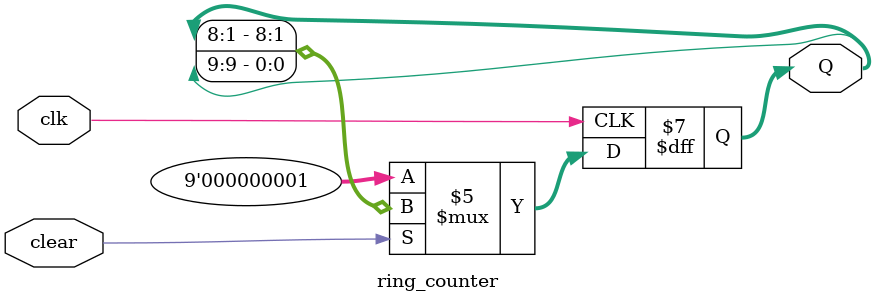
<source format=v>
`timescale 1ns / 1ps


module ring_counter (
    input clk,           // Clock para transição do contador
    input clear,         // Entrada CLEAR (se 0, mantém em Q1)
    output reg [9:1] Q   // Saída one-hot (Q1 a Q9)
);
    always @(posedge clk) begin
        if (!clear) begin
            // CLEAR ativo: Mantém em Q1 (000000001)
            Q <= 9'b000000001;
        end else begin
            // Contagem em anel
            Q <= {Q[8:1], Q[9]}; // Rotação da saída one-hot
        end
    end

    initial begin
        // Inicializa no estado Q1
        Q = 9'b000000001;
    end
endmodule



</source>
